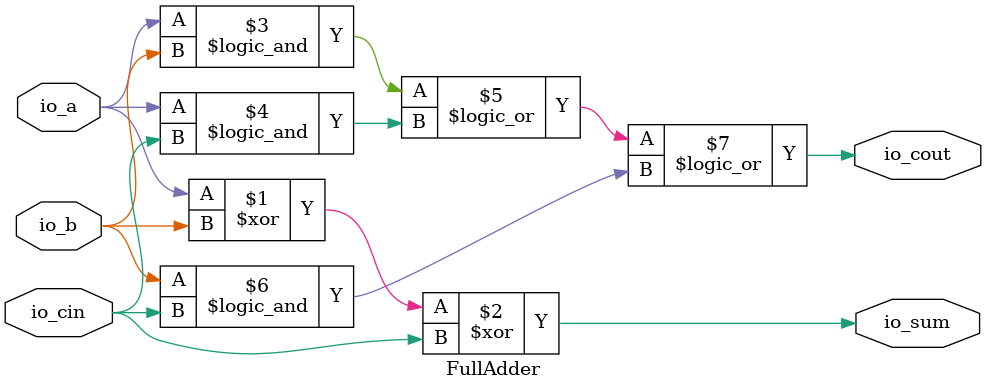
<source format=v>



module ArrayMultiplier (
  input      [3:0]    io_X,
  input      [3:0]    io_Y,
  output reg [7:0]    io_P
);
  wire                _zz_1;
  wire                _zz_2;
  wire                _zz_3;
  wire                _zz_4;
  wire                _zz_5;
  wire                _zz_6;
  wire                _zz_7;
  wire                _zz_8;
  wire                _zz_9;
  wire                _zz_10;
  wire                _zz_11;
  wire                _zz_12;
  wire                _zz_13;
  wire                _zz_14;
  wire                _zz_15;
  wire                _zz_16;
  wire                _zz_17;
  wire                _zz_18;
  wire                _zz_19;
  wire                fullAdder_12_io_sum;
  wire                fullAdder_12_io_cout;
  wire                fullAdder_13_io_sum;
  wire                fullAdder_13_io_cout;
  wire                fullAdder_14_io_sum;
  wire                fullAdder_14_io_cout;
  wire                fullAdder_15_io_sum;
  wire                fullAdder_15_io_cout;
  wire                fullAdder_16_io_sum;
  wire                fullAdder_16_io_cout;
  wire                fullAdder_17_io_sum;
  wire                fullAdder_17_io_cout;
  wire                fullAdder_18_io_sum;
  wire                fullAdder_18_io_cout;
  wire                fullAdder_19_io_sum;
  wire                fullAdder_19_io_cout;
  wire                fullAdder_20_io_sum;
  wire                fullAdder_20_io_cout;
  wire                fullAdder_21_io_sum;
  wire                fullAdder_21_io_cout;
  wire                fullAdder_22_io_sum;
  wire                fullAdder_22_io_cout;
  wire                fullAdder_23_io_sum;
  wire                fullAdder_23_io_cout;

  FullAdder fullAdder_12 (
    .io_a       (_zz_1                 ), //i
    .io_b       (_zz_2                 ), //i
    .io_cin     (_zz_3                 ), //i
    .io_sum     (fullAdder_12_io_sum   ), //o
    .io_cout    (fullAdder_12_io_cout  )  //o
  );
  FullAdder fullAdder_13 (
    .io_a       (fullAdder_16_io_sum   ), //i
    .io_b       (_zz_4                 ), //i
    .io_cin     (fullAdder_12_io_cout  ), //i
    .io_sum     (fullAdder_13_io_sum   ), //o
    .io_cout    (fullAdder_13_io_cout  )  //o
  );
  FullAdder fullAdder_14 (
    .io_a       (fullAdder_17_io_sum   ), //i
    .io_b       (_zz_5                 ), //i
    .io_cin     (fullAdder_13_io_cout  ), //i
    .io_sum     (fullAdder_14_io_sum   ), //o
    .io_cout    (fullAdder_14_io_cout  )  //o
  );
  FullAdder fullAdder_15 (
    .io_a       (fullAdder_18_io_sum   ), //i
    .io_b       (_zz_6                 ), //i
    .io_cin     (fullAdder_14_io_cout  ), //i
    .io_sum     (fullAdder_15_io_sum   ), //o
    .io_cout    (fullAdder_15_io_cout  )  //o
  );
  FullAdder fullAdder_16 (
    .io_a       (_zz_7                 ), //i
    .io_b       (_zz_8                 ), //i
    .io_cin     (_zz_9                 ), //i
    .io_sum     (fullAdder_16_io_sum   ), //o
    .io_cout    (fullAdder_16_io_cout  )  //o
  );
  FullAdder fullAdder_17 (
    .io_a       (fullAdder_20_io_sum   ), //i
    .io_b       (_zz_10                ), //i
    .io_cin     (fullAdder_16_io_cout  ), //i
    .io_sum     (fullAdder_17_io_sum   ), //o
    .io_cout    (fullAdder_17_io_cout  )  //o
  );
  FullAdder fullAdder_18 (
    .io_a       (fullAdder_21_io_sum   ), //i
    .io_b       (_zz_11                ), //i
    .io_cin     (fullAdder_17_io_cout  ), //i
    .io_sum     (fullAdder_18_io_sum   ), //o
    .io_cout    (fullAdder_18_io_cout  )  //o
  );
  FullAdder fullAdder_19 (
    .io_a       (fullAdder_22_io_sum   ), //i
    .io_b       (fullAdder_15_io_cout  ), //i
    .io_cin     (fullAdder_18_io_cout  ), //i
    .io_sum     (fullAdder_19_io_sum   ), //o
    .io_cout    (fullAdder_19_io_cout  )  //o
  );
  FullAdder fullAdder_20 (
    .io_a       (_zz_12                ), //i
    .io_b       (_zz_13                ), //i
    .io_cin     (_zz_14                ), //i
    .io_sum     (fullAdder_20_io_sum   ), //o
    .io_cout    (fullAdder_20_io_cout  )  //o
  );
  FullAdder fullAdder_21 (
    .io_a       (_zz_15                ), //i
    .io_b       (_zz_16                ), //i
    .io_cin     (fullAdder_20_io_cout  ), //i
    .io_sum     (fullAdder_21_io_sum   ), //o
    .io_cout    (fullAdder_21_io_cout  )  //o
  );
  FullAdder fullAdder_22 (
    .io_a       (_zz_17                ), //i
    .io_b       (_zz_18                ), //i
    .io_cin     (fullAdder_21_io_cout  ), //i
    .io_sum     (fullAdder_22_io_sum   ), //o
    .io_cout    (fullAdder_22_io_cout  )  //o
  );
  FullAdder fullAdder_23 (
    .io_a       (_zz_19                ), //i
    .io_b       (fullAdder_19_io_cout  ), //i
    .io_cin     (fullAdder_22_io_cout  ), //i
    .io_sum     (fullAdder_23_io_sum   ), //o
    .io_cout    (fullAdder_23_io_cout  )  //o
  );
  always @ (*) begin
    io_P[0] = (io_X[0] && io_Y[0]);
    io_P[1] = fullAdder_12_io_sum;
    io_P[2] = fullAdder_13_io_sum;
    io_P[3] = fullAdder_14_io_sum;
    io_P[4] = fullAdder_15_io_sum;
    io_P[5] = fullAdder_19_io_sum;
    io_P[6] = fullAdder_23_io_sum;
    io_P[7] = fullAdder_23_io_cout;
  end

  assign _zz_1 = (io_X[1] && io_Y[0]);
  assign _zz_2 = (io_X[0] && io_Y[1]);
  assign _zz_3 = 1'b0;
  assign _zz_7 = (io_X[2] && io_Y[0]);
  assign _zz_8 = (io_X[1] && io_Y[1]);
  assign _zz_9 = 1'b0;
  assign _zz_12 = (io_X[3] && io_Y[0]);
  assign _zz_13 = (io_X[2] && io_Y[1]);
  assign _zz_14 = 1'b0;
  assign _zz_4 = (io_X[0] && io_Y[2]);
  assign _zz_10 = (io_X[1] && io_Y[2]);
  assign _zz_15 = (io_X[3] && io_Y[1]);
  assign _zz_16 = (io_X[2] && io_Y[2]);
  assign _zz_5 = (io_X[0] && io_Y[3]);
  assign _zz_11 = (io_X[1] && io_Y[3]);
  assign _zz_17 = (io_X[3] && io_Y[2]);
  assign _zz_18 = (io_X[2] && io_Y[3]);
  assign _zz_6 = 1'b0;
  assign _zz_19 = (io_X[3] && io_Y[3]);

endmodule

//FullAdder replaced by FullAdder

//FullAdder replaced by FullAdder

//FullAdder replaced by FullAdder

//FullAdder replaced by FullAdder

//FullAdder replaced by FullAdder

//FullAdder replaced by FullAdder

//FullAdder replaced by FullAdder

//FullAdder replaced by FullAdder

//FullAdder replaced by FullAdder

//FullAdder replaced by FullAdder

//FullAdder replaced by FullAdder

module FullAdder (
  input               io_a,
  input               io_b,
  input               io_cin,
  output              io_sum,
  output              io_cout
);

  assign io_sum = ((io_a ^ io_b) ^ io_cin);
  assign io_cout = (((io_a && io_b) || (io_a && io_cin)) || (io_b && io_cin));

endmodule

</source>
